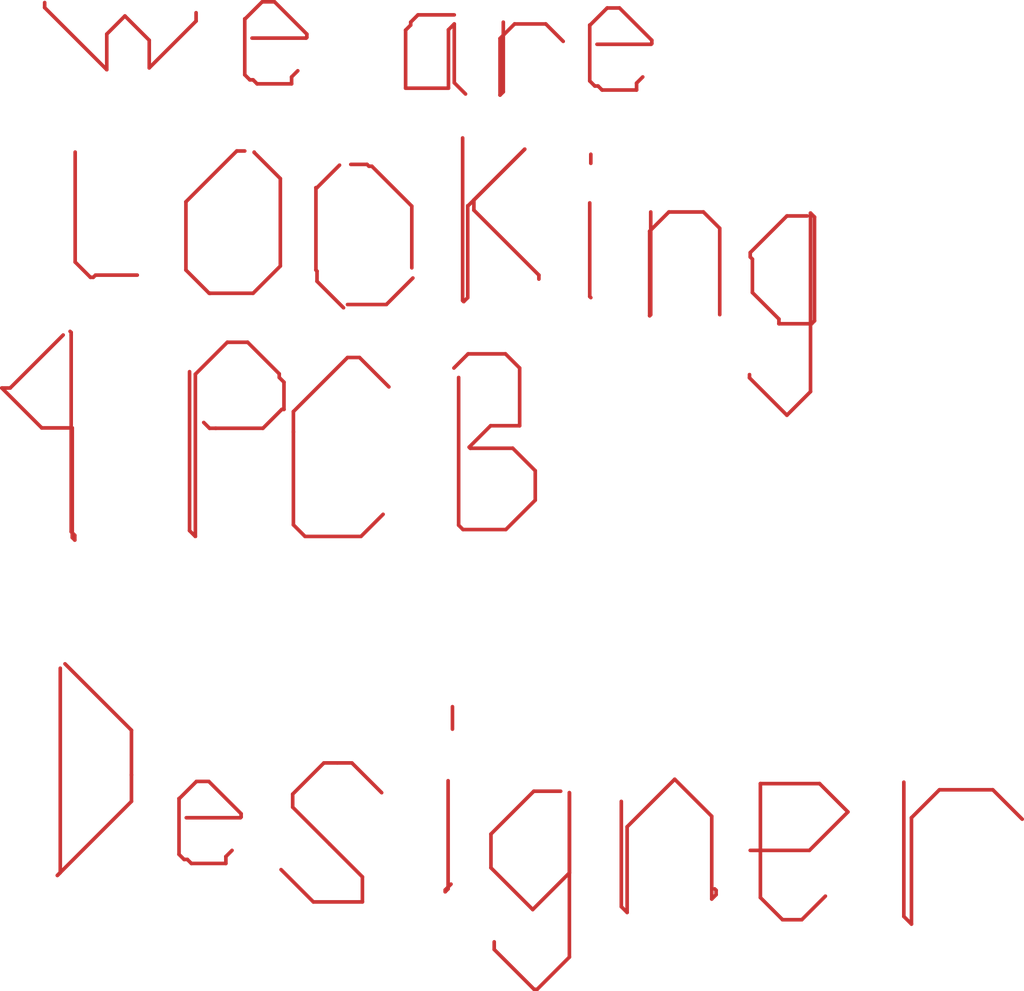
<source format=kicad_pcb>
(kicad_pcb
	(version 20240108)
	(generator "pcbnew")
	(generator_version "8.0")
	(general
		(thickness 1.6)
		(legacy_teardrops no)
	)
	(paper "A4")
	(layers
		(0 "F.Cu" signal)
		(31 "B.Cu" signal)
		(32 "B.Adhes" user "B.Adhesive")
		(33 "F.Adhes" user "F.Adhesive")
		(34 "B.Paste" user)
		(35 "F.Paste" user)
		(36 "B.SilkS" user "B.Silkscreen")
		(37 "F.SilkS" user "F.Silkscreen")
		(38 "B.Mask" user)
		(39 "F.Mask" user)
		(40 "Dwgs.User" user "User.Drawings")
		(41 "Cmts.User" user "User.Comments")
		(42 "Eco1.User" user "User.Eco1")
		(43 "Eco2.User" user "User.Eco2")
		(44 "Edge.Cuts" user)
		(45 "Margin" user)
		(46 "B.CrtYd" user "B.Courtyard")
		(47 "F.CrtYd" user "F.Courtyard")
		(48 "B.Fab" user)
		(49 "F.Fab" user)
		(50 "User.1" user)
		(51 "User.2" user)
		(52 "User.3" user)
		(53 "User.4" user)
		(54 "User.5" user)
		(55 "User.6" user)
		(56 "User.7" user)
		(57 "User.8" user)
		(58 "User.9" user)
	)
	(setup
		(pad_to_mask_clearance 0)
		(allow_soldermask_bridges_in_footprints no)
		(pcbplotparams
			(layerselection 0x00010fc_ffffffff)
			(plot_on_all_layers_selection 0x0000000_00000000)
			(disableapertmacros no)
			(usegerberextensions no)
			(usegerberattributes yes)
			(usegerberadvancedattributes yes)
			(creategerberjobfile yes)
			(dashed_line_dash_ratio 12.000000)
			(dashed_line_gap_ratio 3.000000)
			(svgprecision 4)
			(plotframeref no)
			(viasonmask no)
			(mode 1)
			(useauxorigin no)
			(hpglpennumber 1)
			(hpglpenspeed 20)
			(hpglpendiameter 15.000000)
			(pdf_front_fp_property_popups yes)
			(pdf_back_fp_property_popups yes)
			(dxfpolygonmode yes)
			(dxfimperialunits yes)
			(dxfusepcbnewfont yes)
			(psnegative no)
			(psa4output no)
			(plotreference yes)
			(plotvalue yes)
			(plotfptext yes)
			(plotinvisibletext no)
			(sketchpadsonfab no)
			(subtractmaskfromsilk no)
			(outputformat 1)
			(mirror no)
			(drillshape 1)
			(scaleselection 1)
			(outputdirectory "")
		)
	)
	(net 0 "")
	(segment
		(start 73.5 46.3)
		(end 73.5 44)
		(width 1)
		(layer "F.Cu")
		(net 0)
		(uuid "01430c7c-eb32-4a29-8cf7-0365b20b7bdf")
	)
	(segment
		(start 77.2 158.5)
		(end 75.6 156.9)
		(width 1)
		(layer "F.Cu")
		(net 0)
		(uuid "02cdebe2-549f-44cc-9ac8-b48444deb150")
	)
	(segment
		(start 144.6 63.3)
		(end 147.7 66.4)
		(width 1)
		(layer "F.Cu")
		(net 0)
		(uuid "02da69b6-f635-43ee-b2cc-6e42ef8cb011")
	)
	(segment
		(start 192.2 268.3)
		(end 205.3 255.2)
		(width 1)
		(layer "F.Cu")
		(net 0)
		(uuid "044cf57c-6331-430a-856e-90d521377fbe")
	)
	(segment
		(start 148.3 122.5)
		(end 148.3 97.2)
		(width 1)
		(layer "F.Cu")
		(net 0)
		(uuid "0472dec6-b94f-469c-82de-481b4d0a0224")
	)
	(segment
		(start 60.6 59.2)
		(end 73.5 46.3)
		(width 1)
		(layer "F.Cu")
		(net 0)
		(uuid "07057d48-1438-4758-9288-c0eb43da37f9")
	)
	(segment
		(start 89.2 62.5)
		(end 90.3 63.6)
		(width 1)
		(layer "F.Cu")
		(net 0)
		(uuid "087f027a-5e69-498d-a739-d225862c5db4")
	)
	(segment
		(start 40.2 112.7)
		(end 44.4 116.9)
		(width 1)
		(layer "F.Cu")
		(net 0)
		(uuid "0a45e327-1700-4c02-a584-6e55e66f9a25")
	)
	(segment
		(start 143 48.7)
		(end 144.6 47.1)
		(width 1)
		(layer "F.Cu")
		(net 0)
		(uuid "0a63e228-a30e-412f-aae3-3478258a6084")
	)
	(segment
		(start 226.7 111.9)
		(end 226.7 121.1)
		(width 1)
		(layer "F.Cu")
		(net 0)
		(uuid "0cb91952-0f58-4573-8763-4fa150310ee1")
	)
	(segment
		(start 160.7 164)
		(end 149 164)
		(width 1)
		(layer "F.Cu")
		(net 0)
		(uuid "0ea08601-27bd-42cf-a62e-ddf886205f5c")
	)
	(segment
		(start 73.3 143.6)
		(end 82.1 134.8)
		(width 1)
		(layer "F.Cu")
		(net 0)
		(uuid "0f501da5-b988-4a99-a238-34fd5c517037")
	)
	(segment
		(start 55.7 254)
		(end 55.7 241.7)
		(width 1)
		(layer "F.Cu")
		(net 0)
		(uuid "0f641433-12ed-4c6a-9847-e6a1778a3f70")
	)
	(segment
		(start 149 164)
		(end 148.7 163.7)
		(width 1)
		(layer "F.Cu")
		(net 0)
		(uuid "10387ecf-c74c-4c1a-9f00-0e57cc6514d6")
	)
	(segment
		(start 158.7 138)
		(end 148.4 138)
		(width 1)
		(layer "F.Cu")
		(net 0)
		(uuid "103c420f-d524-4518-b2e3-ec7c21f06f52")
	)
	(segment
		(start 44.4 116.9)
		(end 45.2 116.9)
		(width 1)
		(layer "F.Cu")
		(net 0)
		(uuid "10beaa8f-b0f1-4b38-bceb-ce1b9c214e40")
	)
	(segment
		(start 60.6 51.6)
		(end 60.6 59.2)
		(width 1)
		(layer "F.Cu")
		(net 0)
		(uuid "124c7810-d037-4e32-893d-354945fb4af8")
	)
	(segment
		(start 70.2 277.3)
		(end 71.1 277.3)
		(width 1)
		(layer "F.Cu")
		(net 0)
		(uuid "128ce13f-3f3c-4eaa-95e9-ec9d51b73604")
	)
	(segment
		(start 97.7 153.3)
		(end 97.1 153.3)
		(width 1)
		(layer "F.Cu")
		(net 0)
		(uuid "15551323-ac7b-4b1c-95e8-d1403e945152")
	)
	(segment
		(start 182 47.4)
		(end 181.9 47.4)
		(width 1)
		(layer "F.Cu")
		(net 0)
		(uuid "160da37a-bba2-4d99-8ebe-0f8c3b4b8ae1")
	)
	(segment
		(start 169.8 47.1)
		(end 174.6 51.9)
		(width 1)
		(layer "F.Cu")
		(net 0)
		(uuid "169ad4a9-b49e-409c-802a-b6042031010c")
	)
	(segment
		(start 243 129.7)
		(end 243.8 128.9)
		(width 1)
		(layer "F.Cu")
		(net 0)
		(uuid "1d141c74-6601-498d-8885-4018a6cf0e7a")
	)
	(segment
		(start 91.7 41)
		(end 87 45.7)
		(width 1)
		(layer "F.Cu")
		(net 0)
		(uuid "1e428d00-fceb-4331-afe7-06586dd160d9")
	)
	(segment
		(start 119.3 282.1)
		(end 119.3 289)
		(width 1)
		(layer "F.Cu")
		(net 0)
		(uuid "20d8abb0-b0ab-43b7-8bc0-dcb68724d641")
	)
	(segment
		(start 166.2 291.1)
		(end 176.3 281)
		(width 1)
		(layer "F.Cu")
		(net 0)
		(uuid "256d6219-2363-4c22-ae56-c6d3fb0ea41c")
	)
	(segment
		(start 181.9 122.2)
		(end 181.9 96.4)
		(width 1)
		(layer "F.Cu")
		(net 0)
		(uuid "25c67390-d8f9-4bde-a40c-03f18d7b4056")
	)
	(segment
		(start 270.5 265.8)
		(end 278.2 258.1)
		(width 1)
		(layer "F.Cu")
		(net 0)
		(uuid "25fa03e2-61a0-4ba7-8420-9b4a75062ad1")
	)
	(segment
		(start 176.3 281)
		(end 176.3 258.9)
		(width 1)
		(layer "F.Cu")
		(net 0)
		(uuid "26e4b24f-0096-4275-b2b2-a7e269b7e793")
	)
	(segment
		(start 97.1 153.3)
		(end 91.9 158.5)
		(width 1)
		(layer "F.Cu")
		(net 0)
		(uuid "285bdc4d-6a90-414c-aba2-bc82c7161ef1")
	)
	(segment
		(start 78.9 158.5)
		(end 77.2 158.5)
		(width 1)
		(layer "F.Cu")
		(net 0)
		(uuid "28831cb8-217e-4767-81fb-74d9f51fce60")
	)
	(segment
		(start 121.1 86.3)
		(end 120.6 85.8)
		(width 1)
		(layer "F.Cu")
		(net 0)
		(uuid "29101a91-eabb-4d4a-aca2-24598e8bc244")
	)
	(segment
		(start 166.9 178.3)
		(end 166.9 170.2)
		(width 1)
		(layer "F.Cu")
		(net 0)
		(uuid "296fc179-1bd6-4d99-a077-66cc2b82db40")
	)
	(segment
		(start 242.4 274.8)
		(end 253 264.2)
		(width 1)
		(layer "F.Cu")
		(net 0)
		(uuid "2b621c7c-d192-4383-b92e-4b37506c88d1")
	)
	(segment
		(start 190.6 290.3)
		(end 192.2 291.9)
		(width 1)
		(layer "F.Cu")
		(net 0)
		(uuid "2ce2ccd3-7de4-4a8a-99f9-ce85967050dd")
	)
	(segment
		(start 68.9 260.5)
		(end 68.8 260.5)
		(width 1)
		(layer "F.Cu")
		(net 0)
		(uuid "2de4d649-9fc5-4d24-a8fd-81a58ba271d8")
	)
	(segment
		(start 132.6 47.4)
		(end 131.2 48.8)
		(width 1)
		(layer "F.Cu")
		(net 0)
		(uuid "2e299b35-694c-438e-8a51-62b7c0436628")
	)
	(segment
		(start 145.8 185.2)
		(end 147 186.4)
		(width 1)
		(layer "F.Cu")
		(net 0)
		(uuid "2eaf3407-003c-46e1-97f6-30ac4b71be43")
	)
	(segment
		(start 228.9 287.8)
		(end 235 293.9)
		(width 1)
		(layer "F.Cu")
		(net 0)
		(uuid "2f527547-95a0-4224-9976-da779e961748")
	)
	(segment
		(start 142.1 286.2)
		(end 142.1 285.7)
		(width 1)
		(layer "F.Cu")
		(net 0)
		(uuid "317178e4-3cea-408b-aefd-9e0d137b9485")
	)
	(segment
		(start 87.7 134.8)
		(end 96.4 143.5)
		(width 1)
		(layer "F.Cu")
		(net 0)
		(uuid "3222ee41-7c28-469e-a9e6-4661ef9eec9a")
	)
	(segment
		(start 39.4 158.4)
		(end 39.4 188.6)
		(width 1)
		(layer "F.Cu")
		(net 0)
		(uuid "32ab5f5a-d8ae-44e0-869e-c067a8320551")
	)
	(segment
		(start 173.9 258.5)
		(end 166.5 258.5)
		(width 1)
		(layer "F.Cu")
		(net 0)
		(uuid "3456ad4d-f5b7-4177-aec2-5d1c5c2b128c")
	)
	(segment
		(start 71.1 277.3)
		(end 72.2 278.4)
		(width 1)
		(layer "F.Cu")
		(net 0)
		(uuid "36fb79a0-ab15-4275-8995-6973baba1e5c")
	)
	(segment
		(start 183.9 52.7)
		(end 198.8 52.7)
		(width 1)
		(layer "F.Cu")
		(net 0)
		(uuid "370e9dd6-541a-4f8d-ad6a-10f3bb8b184c")
	)
	(segment
		(start 40.1 189.3)
		(end 40.1 188)
		(width 1)
		(layer "F.Cu")
		(net 0)
		(uuid "39144e5d-d2d7-4aed-b0b6-003838b308f8")
	)
	(segment
		(start 144.1 241.4)
		(end 144.1 235.2)
		(width 1)
		(layer "F.Cu")
		(net 0)
		(uuid "3952388a-9b89-42d4-b90c-46f965042040")
	)
	(segment
		(start 131.2 48.8)
		(end 131.2 64.8)
		(width 1)
		(layer "F.Cu")
		(net 0)
		(uuid "3a9e941e-9a06-4d06-9b89-626f868d5f42")
	)
	(segment
		(start 119.3 289)
		(end 105.8 289)
		(width 1)
		(layer "F.Cu")
		(net 0)
		(uuid "3ad6c6ee-b8ee-4d74-8236-77ca4a000796")
	)
	(segment
		(start 142.1 285.7)
		(end 143.7 284.1)
		(width 1)
		(layer "F.Cu")
		(net 0)
		(uuid "3ba77536-d1ce-49d5-b579-e9e314ccd3fb")
	)
	(segment
		(start 36.1 224.6)
		(end 36.1 280.9)
		(width 1)
		(layer "F.Cu")
		(net 0)
		(uuid "3c203b3d-d09a-421b-a12a-10a2f50084a9")
	)
	(segment
		(start 73.3 188.3)
		(end 73.3 143.6)
		(width 1)
		(layer "F.Cu")
		(net 0)
		(uuid "3c328191-3b66-49d2-9ba2-15c2f875422d")
	)
	(segment
		(start 48.9 49.9)
		(end 53.9 44.9)
		(width 1)
		(layer "F.Cu")
		(net 0)
		(uuid "3c83a160-1b20-46af-96e5-ac95ae032dc8")
	)
	(segment
		(start 68.8 275.9)
		(end 70.2 277.3)
		(width 1)
		(layer "F.Cu")
		(net 0)
		(uuid "3d78db2c-dc64-4ad0-b036-63b8a7352f9d")
	)
	(segment
		(start 115.2 124.4)
		(end 125.9 124.4)
		(width 1)
		(layer "F.Cu")
		(net 0)
		(uuid "3e919abb-b7bb-4bec-bac2-7cbbe5ba525e")
	)
	(segment
		(start 181.9 47.4)
		(end 181.9 62.8)
		(width 1)
		(layer "F.Cu")
		(net 0)
		(uuid "3f6840c6-1904-4326-adaa-98e0f4b8a49e")
	)
	(segment
		(start 96.4 144.5)
		(end 97.7 145.8)
		(width 1)
		(layer "F.Cu")
		(net 0)
		(uuid "40835ba9-94cf-4237-8fea-05e15341d26f")
	)
	(segment
		(start 190.6 261.3)
		(end 190.6 290.3)
		(width 1)
		(layer "F.Cu")
		(net 0)
		(uuid "4131aa59-609c-4efd-b6bd-b3e01c13348b")
	)
	(segment
		(start 115.2 139)
		(end 100.3 153.9)
		(width 1)
		(layer "F.Cu")
		(net 0)
		(uuid "418ee7f2-cd57-4024-a863-046ca6fae82a")
	)
	(segment
		(start 31 158.4)
		(end 39.4 158.4)
		(width 1)
		(layer "F.Cu")
		(net 0)
		(uuid "4195c985-e3e4-42a4-a875-7d596fd7a724")
	)
	(segment
		(start 142.9 255.6)
		(end 142.9 285.4)
		(width 1)
		(layer "F.Cu")
		(net 0)
		(uuid "41a7e5de-5966-481e-9732-4a2de2c42beb")
	)
	(segment
		(start 203.7 98.9)
		(end 213.2 98.9)
		(width 1)
		(layer "F.Cu")
		(net 0)
		(uuid "4205fdf9-27b6-4f8f-b353-40419bbcbd9e")
	)
	(segment
		(start 40.2 82.4)
		(end 40.2 112.7)
		(width 1)
		(layer "F.Cu")
		(net 0)
		(uuid "425a931f-84e5-4c0c-886b-b8a7700d7df1")
	)
	(segment
		(start 194.8 65.3)
		(end 194.8 63.4)
		(width 1)
		(layer "F.Cu")
		(net 0)
		(uuid "42957639-92c4-4885-ad9e-7d3d7e171c1b")
	)
	(segment
		(start 90.3 63.6)
		(end 99.8 63.6)
		(width 1)
		(layer "F.Cu")
		(net 0)
		(uuid "43da8e79-9d91-4739-8bb8-e74a40dae72d")
	)
	(segment
		(start 166.5 258.5)
		(end 154.7 270.3)
		(width 1)
		(layer "F.Cu")
		(net 0)
		(uuid "447493df-75bc-4863-92f1-3b2bdef433e4")
	)
	(segment
		(start 190.1 42.7)
		(end 186.7 42.7)
		(width 1)
		(layer "F.Cu")
		(net 0)
		(uuid "44869e6c-9eae-41cb-9e0e-d2e3d3b1a5fb")
	)
	(segment
		(start 132.9 114.3)
		(end 132.9 97.3)
		(width 1)
		(layer "F.Cu")
		(net 0)
		(uuid "448aa51c-d100-462c-8b4e-1a57920db481")
	)
	(segment
		(start 77.4 121.3)
		(end 89.2 121.3)
		(width 1)
		(layer "F.Cu")
		(net 0)
		(uuid "45df0608-14b0-465b-9348-96f64eb32fcc")
	)
	(segment
		(start 182.2 83)
		(end 182.2 85.5)
		(width 1)
		(layer "F.Cu")
		(net 0)
		(uuid "45fcac05-3227-4c2a-bc6b-6f9085a32252")
	)
	(segment
		(start 77.1 121.3)
		(end 77.4 121.3)
		(width 1)
		(layer "F.Cu")
		(net 0)
		(uuid "4875c378-b021-4359-a71f-85cea81ba22d")
	)
	(segment
		(start 144.6 44.6)
		(end 134.6 44.6)
		(width 1)
		(layer "F.Cu")
		(net 0)
		(uuid "487c2eef-265d-42e6-a2a9-773b738bc5d3")
	)
	(segment
		(start 84.7 82.1)
		(end 70.7 96.1)
		(width 1)
		(layer "F.Cu")
		(net 0)
		(uuid "488fdc60-b0a5-4a95-bd8b-eeb2da08d29c")
	)
	(segment
		(start 147 186.4)
		(end 158.8 186.4)
		(width 1)
		(layer "F.Cu")
		(net 0)
		(uuid "4ca27e3f-5d0d-459e-8b72-1e72b31c9c83")
	)
	(segment
		(start 110.3 273.1)
		(end 119.3 282.1)
		(width 1)
		(layer "F.Cu")
		(net 0)
		(uuid "4cb45d98-a416-4f30-9430-9946467bc68f")
	)
	(segment
		(start 144.6 47.1)
		(end 144.6 63.3)
		(width 1)
		(layer "F.Cu")
		(net 0)
		(uuid "4f11d335-af4a-4625-be24-575f7c9e3e84")
	)
	(segment
		(start 199 51.6)
		(end 190.1 42.7)
		(width 1)
		(layer "F.Cu")
		(net 0)
		(uuid "4fff2669-12fe-4c6d-b59b-749a991b50ac")
	)
	(segment
		(start 85.9 264.7)
		(end 77 255.8)
		(width 1)
		(layer "F.Cu")
		(net 0)
		(uuid "5070b497-7d58-4726-ad82-0574861ef51c")
	)
	(segment
		(start 55.7 241.7)
		(end 37.4 223.4)
		(width 1)
		(layer "F.Cu")
		(net 0)
		(uuid "51c20313-fe87-4f89-ae66-c523ea65d29f")
	)
	(segment
		(start 292.9 258.1)
		(end 301 266.2)
		(width 1)
		(layer "F.Cu")
		(net 0)
		(uuid "526b5f18-c484-4dcf-8d83-40fede6deb88")
	)
	(segment
		(start 226.1 274.8)
		(end 242.4 274.8)
		(width 1)
		(layer "F.Cu")
		(net 0)
		(uuid "52789cf2-a720-47bc-8ab4-e3acb786cc65")
	)
	(segment
		(start 45.8 116.3)
		(end 57.3 116.3)
		(width 1)
		(layer "F.Cu")
		(net 0)
		(uuid "549f729d-b622-4a6c-adec-39c90f0d77e1")
	)
	(segment
		(start 39.1 187)
		(end 39.1 132.8)
		(width 1)
		(layer "F.Cu")
		(net 0)
		(uuid "54c05b95-2f9b-4f67-a604-6149e826167d")
	)
	(segment
		(start 186.7 42.7)
		(end 182 47.4)
		(width 1)
		(layer "F.Cu")
		(net 0)
		(uuid "5670af92-e9ea-4d0c-8d7b-2c4799560dd2")
	)
	(segment
		(start 236.2 154.9)
		(end 225.9 144.6)
		(width 1)
		(layer "F.Cu")
		(net 0)
		(uuid "57e13758-59bd-4055-a6d6-b02799fdb8c5")
	)
	(segment
		(start 103.5 188.3)
		(end 118.9 188.3)
		(width 1)
		(layer "F.Cu")
		(net 0)
		(uuid "5a59b223-3e1a-4f44-800a-1cc6853bb67f")
	)
	(segment
		(start 45.2 116.9)
		(end 45.8 116.3)
		(width 1)
		(layer "F.Cu")
		(net 0)
		(uuid "5acdf700-e028-4672-b9eb-f774732a9f8a")
	)
	(segment
		(start 68.8 260.5)
		(end 68.8 275.9)
		(width 1)
		(layer "F.Cu")
		(net 0)
		(uuid "5ae8eced-c63f-4f19-8643-e11addca3c85")
	)
	(segment
		(start 40.1 188)
		(end 39.1 187)
		(width 1)
		(layer "F.Cu")
		(net 0)
		(uuid "5d0d5bef-2abd-400d-8514-7cf3786c166c")
	)
	(segment
		(start 183.3 64.2)
		(end 184.2 64.2)
		(width 1)
		(layer "F.Cu")
		(net 0)
		(uuid "5e265687-043f-46a1-9627-8b3bc877d12b")
	)
	(segment
		(start 176.3 258.9)
		(end 176.3 304.2)
		(width 1)
		(layer "F.Cu")
		(net 0)
		(uuid "5e53a5b5-b580-47f2-a94f-31b2a03b1457")
	)
	(segment
		(start 39.1 132.8)
		(end 39.1 132.1)
		(width 1)
		(layer "F.Cu")
		(net 0)
		(uuid "5f81de4a-f90d-49ff-8594-0a50ae4e5bfe")
	)
	(segment
		(start 22.3 147.4)
		(end 20 147.4)
		(width 1)
		(layer "F.Cu")
		(net 0)
		(uuid "5fb33da9-b8e9-468c-827d-fea1b855e7c7")
	)
	(segment
		(start 154.6 157.8)
		(end 162.6 157.8)
		(width 1)
		(layer "F.Cu")
		(net 0)
		(uuid "63975f9f-a57a-4b8a-a2d1-8183ba57f15b")
	)
	(segment
		(start 226.1 111.3)
		(end 226.7 111.9)
		(width 1)
		(layer "F.Cu")
		(net 0)
		(uuid "66932b6c-1d19-4865-94b0-a0304eadd14d")
	)
	(segment
		(start 192.2 291.9)
		(end 192.2 268.3)
		(width 1)
		(layer "F.Cu")
		(net 0)
		(uuid "66a978cd-5c20-4faa-9d53-5e58dde58a20")
	)
	(segment
		(start 243.8 128.9)
		(end 243.8 100.3)
		(width 1)
		(layer "F.Cu")
		(net 0)
		(uuid "67ebb7a8-9cc9-455b-8280-d3e5a816ac95")
	)
	(segment
		(start 228.9 256.4)
		(end 228.9 287.8)
		(width 1)
		(layer "F.Cu")
		(net 0)
		(uuid "6ae47fb7-34b1-49ca-abb9-6a6f10ed6f1c")
	)
	(segment
		(start 36.9 132.8)
		(end 22.3 147.4)
		(width 1)
		(layer "F.Cu")
		(net 0)
		(uuid "6afaf638-c105-43ac-93b1-087f156f4df9")
	)
	(segment
		(start 71.7 186.7)
		(end 73.3 188.3)
		(width 1)
		(layer "F.Cu")
		(net 0)
		(uuid "6b2dfe90-d210-4cff-a6b2-02116da7c24c")
	)
	(segment
		(start 155.6 302.1)
		(end 155.6 300)
		(width 1)
		(layer "F.Cu")
		(net 0)
		(uuid "6cb00c0c-5abd-4415-a005-de36d88688f2")
	)
	(segment
		(start 106.8 92.2)
		(end 106.5 92.2)
		(width 1)
		(layer "F.Cu")
		(net 0)
		(uuid "6d336f85-f156-40ce-9bf4-ea38663e1c51")
	)
	(segment
		(start 245.2 256.4)
		(end 228.9 256.4)
		(width 1)
		(layer "F.Cu")
		(net 0)
		(uuid "6dc8c08b-116c-4147-9f50-ed1a04228e7b")
	)
	(segment
		(start 72.2 278.4)
		(end 81.7 278.4)
		(width 1)
		(layer "F.Cu")
		(net 0)
		(uuid "6dfe0d66-feba-48cd-b4d9-6782ae1f6432")
	)
	(segment
		(start 181.9 62.8)
		(end 183.3 64.2)
		(width 1)
		(layer "F.Cu")
		(net 0)
		(uuid "6e669782-3953-4695-805f-7bc778a74c2d")
	)
	(segment
		(start 91.9 158.5)
		(end 78.9 158.5)
		(width 1)
		(layer "F.Cu")
		(net 0)
		(uuid "6e692bb5-e027-4336-bfa0-fb76c2bae0f9")
	)
	(segment
		(start 70.8 265.8)
		(end 85.7 265.8)
		(width 1)
		(layer "F.Cu")
		(net 0)
		(uuid "6f95a290-4a58-4e2e-a6c9-a0dfce29e4b4")
	)
	(segment
		(start 39.4 188.6)
		(end 40.1 189.3)
		(width 1)
		(layer "F.Cu")
		(net 0)
		(uuid "70b0a2ed-53f0-4c93-b1a8-2cc708f43848")
	)
	(segment
		(start 86.9 82.1)
		(end 84.7 82.1)
		(width 1)
		(layer "F.Cu")
		(net 0)
		(uuid "7150dbf8-81e2-4c61-9a24-429e9f2f021e")
	)
	(segment
		(start 104 50.8)
		(end 104 49.9)
		(width 1)
		(layer "F.Cu")
		(net 0)
		(uuid "722830f6-6b40-47d3-a0ee-de016595772b")
	)
	(segment
		(start 154.7 270.3)
		(end 154.7 279.6)
		(width 1)
		(layer "F.Cu")
		(net 0)
		(uuid "72f310a3-7527-4694-a914-9edab5f4cbb8")
	)
	(segment
		(start 158.1 46.6)
		(end 158.1 65.8)
		(width 1)
		(layer "F.Cu")
		(net 0)
		(uuid "732b276f-6ea9-4d36-854b-ed82bfd3e19c")
	)
	(segment
		(start 217.7 103.4)
		(end 217.7 127.2)
		(width 1)
		(layer "F.Cu")
		(net 0)
		(uuid "74f9e1b4-e15d-4429-9e38-15b84442f538")
	)
	(segment
		(start 31.8 41.2)
		(end 31.8 42.6)
		(width 1)
		(layer "F.Cu")
		(net 0)
		(uuid "7503955d-1dc1-46cd-bed7-cf90796c46d5")
	)
	(segment
		(start 242.7 148.4)
		(end 236.2 154.9)
		(width 1)
		(layer "F.Cu")
		(net 0)
		(uuid "77085241-aa57-49b7-a1b7-2e96d6602554")
	)
	(segment
		(start 162.6 157.8)
		(end 162.6 141.9)
		(width 1)
		(layer "F.Cu")
		(net 0)
		(uuid "7744bae7-b037-473f-b6fa-1faa643ad84b")
	)
	(segment
		(start 100.1 262.9)
		(end 110.3 273.1)
		(width 1)
		(layer "F.Cu")
		(net 0)
		(uuid "79327df0-bf0c-4588-9d9c-d03d32fc5da0")
	)
	(segment
		(start 240.3 293.9)
		(end 246.8 287.4)
		(width 1)
		(layer "F.Cu")
		(net 0)
		(uuid "79811b83-2143-4cbf-b031-3652317b749c")
	)
	(segment
		(start 121.9 86.3)
		(end 121.1 86.3)
		(width 1)
		(layer "F.Cu")
		(net 0)
		(uuid "7a4bce62-28d2-45ff-857c-bfce0c21ace5")
	)
	(segment
		(start 268.4 293)
		(end 270.5 295.1)
		(width 1)
		(layer "F.Cu")
		(net 0)
		(uuid "7ab8f8e8-d402-4faa-8e30-8fe19626c850")
	)
	(segment
		(start 95.1 41)
		(end 91.7 41)
		(width 1)
		(layer "F.Cu")
		(net 0)
		(uuid "7b2a5ab9-604a-4adc-8770-a42cbf09377c")
	)
	(segment
		(start 118.5 139)
		(end 115.2 139)
		(width 1)
		(layer "F.Cu")
		(net 0)
		(uuid "7b7e9ce9-2aa3-4e2d-b7ef-8a786235b83a")
	)
	(segment
		(start 150 98.4)
		(end 167.9 116.3)
		(width 1)
		(layer "F.Cu")
		(net 0)
		(uuid "7c1771d9-4708-47a8-b1c7-5a6080ab4933")
	)
	(segment
		(start 148.4 97.2)
		(end 164 81.6)
		(width 1)
		(layer "F.Cu")
		(net 0)
		(uuid "7ccf8a53-ec1b-482d-9d38-7389e78c5fbf")
	)
	(segment
		(start 132.9 97.3)
		(end 121.9 86.3)
		(width 1)
		(layer "F.Cu")
		(net 0)
		(uuid "7d1cc328-87ce-44e8-a4bd-74dde36dd368")
	)
	(segment
		(start 241.8 100)
		(end 236.2 100)
		(width 1)
		(layer "F.Cu")
		(net 0)
		(uuid "7d680ffb-6bfc-4267-8d30-6b0ba765eb83")
	)
	(segment
		(start 166.6 313.1)
		(end 155.6 302.1)
		(width 1)
		(layer "F.Cu")
		(net 0)
		(uuid "7ec3e812-acbc-49f7-b601-36a63334e070")
	)
	(segment
		(start 146.9 78.5)
		(end 146.9 123.3)
		(width 1)
		(layer "F.Cu")
		(net 0)
		(uuid "7fc4183e-1683-4b62-a45e-226a12c4aef9")
	)
	(segment
		(start 216.7 287)
		(end 216.7 285.8)
		(width 1)
		(layer "F.Cu")
		(net 0)
		(uuid "82b203da-8f93-4ac5-b1a4-5f07086ad39f")
	)
	(segment
		(start 205.3 255.2)
		(end 215.5 265.4)
		(width 1)
		(layer "F.Cu")
		(net 0)
		(uuid "82e96bd5-01ed-4cd9-b3db-037162d5ab78")
	)
	(segment
		(start 100.3 153.9)
		(end 100.3 159.5)
		(width 1)
		(layer "F.Cu")
		(net 0)
		(uuid "86b295d7-c0da-4de3-8002-4a4ff9bbac1f")
	)
	(segment
		(start 132.6 46.6)
		(end 132.6 47.4)
		(width 1)
		(layer "F.Cu")
		(net 0)
		(uuid "86b525d8-9e22-4546-b428-6cedc8d4afd6")
	)
	(segment
		(start 157.2 66.7)
		(end 157.2 51.1)
		(width 1)
		(layer "F.Cu")
		(net 0)
		(uuid "87001037-834a-44b7-89cf-8fb5c7a8af9e")
	)
	(segment
		(start 96.4 143.5)
		(end 96.4 144.5)
		(width 1)
		(layer "F.Cu")
		(net 0)
		(uuid "8a767f03-9561-4855-b824-cbf76ae58ab3")
	)
	(segment
		(start 253 264.2)
		(end 245.2 256.4)
		(width 1)
		(layer "F.Cu")
		(net 0)
		(uuid "8d06de70-1009-4681-ac6c-e715e107c78e")
	)
	(segment
		(start 162.6 141.9)
		(end 158.7 138)
		(width 1)
		(layer "F.Cu")
		(net 0)
		(uuid "8d9cd244-4b9a-4598-8c36-ff9c0584af37")
	)
	(segment
		(start 39.1 132.1)
		(end 38.8 131.8)
		(width 1)
		(layer "F.Cu")
		(net 0)
		(uuid "8e18f76e-a26c-4a1a-b3ff-e2dd6b122a72")
	)
	(segment
		(start 118.9 188.3)
		(end 125 182.2)
		(width 1)
		(layer "F.Cu")
		(net 0)
		(uuid "8eb347b4-ffc1-41ed-99a3-b3f24809807f")
	)
	(segment
		(start 142.9 285.4)
		(end 142.1 286.2)
		(width 1)
		(layer "F.Cu")
		(net 0)
		(uuid "8ec7ecf5-777b-49f4-b564-a10479369cab")
	)
	(segment
		(start 73.6 255.8)
		(end 68.9 260.5)
		(width 1)
		(layer "F.Cu")
		(net 0)
		(uuid "8f08069a-077d-4ab9-96f1-0cd7f12cfade")
	)
	(segment
		(start 131.2 64.8)
		(end 143 64.8)
		(width 1)
		(layer "F.Cu")
		(net 0)
		(uuid "8f0fc1a8-cf60-4505-9ce7-a25f17eeaf60")
	)
	(segment
		(start 96.7 113.8)
		(end 96.7 89.7)
		(width 1)
		(layer "F.Cu")
		(net 0)
		(uuid "8f87c42c-914a-4123-baa4-84acf65c2a97")
	)
	(segment
		(start 145.8 144.5)
		(end 145.8 185.2)
		(width 1)
		(layer "F.Cu")
		(net 0)
		(uuid "90cbc7c9-3ac9-4dac-b4a6-7cfa2d123d7e")
	)
	(segment
		(start 184.2 64.2)
		(end 185.3 65.3)
		(width 1)
		(layer "F.Cu")
		(net 0)
		(uuid "93c1d6d8-3bfd-4f5e-9d17-ba07545c72ca")
	)
	(segment
		(start 31.8 42.6)
		(end 48.9 59.7)
		(width 1)
		(layer "F.Cu")
		(net 0)
		(uuid "942bb8e6-4686-4c7b-8670-a831af0c8768")
	)
	(segment
		(start 89.2 121.3)
		(end 96.7 113.8)
		(width 1)
		(layer "F.Cu")
		(net 0)
		(uuid "94b9ab60-26fe-487c-ba46-caac82635446")
	)
	(segment
		(start 185.3 65.3)
		(end 194.8 65.3)
		(width 1)
		(layer "F.Cu")
		(net 0)
		(uuid "95846bfc-4670-4c1e-a0d1-92f98f198906")
	)
	(segment
		(start 213.2 98.9)
		(end 217.7 103.4)
		(width 1)
		(layer "F.Cu")
		(net 0)
		(uuid "9748d929-9beb-4b92-ae5c-327167b48ea5")
	)
	(segment
		(start 164 81.6)
		(end 150 95.6)
		(width 1)
		(layer "F.Cu")
		(net 0)
		(uuid "97733e40-9a5e-49e9-9cf2-1c60556c0714")
	)
	(segment
		(start 87 45.7)
		(end 86.9 45.7)
		(width 1)
		(layer "F.Cu")
		(net 0)
		(uuid "98c920ed-c822-47ae-add6-37e21f15ee48")
	)
	(segment
		(start 146.9 123.3)
		(end 147.2 123.6)
		(width 1)
		(layer "F.Cu")
		(net 0)
		(uuid "9a21fb2b-04ca-437e-8739-7fb84ccfba0a")
	)
	(segment
		(start 198.4 127.5)
		(end 198.4 104.2)
		(width 1)
		(layer "F.Cu")
		(net 0)
		(uuid "9a3452fa-c1c5-4d71-817a-e0d68cd5ce75")
	)
	(segment
		(start 100.3 185.1)
		(end 103.5 188.3)
		(width 1)
		(layer "F.Cu")
		(net 0)
		(uuid "9a8792c7-0f68-4de7-be21-37cef1d9ea46")
	)
	(segment
		(start 105.8 289)
		(end 96.9 280.1)
		(width 1)
		(layer "F.Cu")
		(net 0)
		(uuid "9dcad851-2a8f-4a1d-bd52-ad6c7a3936b4")
	)
	(segment
		(start 134.6 44.6)
		(end 132.6 46.6)
		(width 1)
		(layer "F.Cu")
		(net 0)
		(uuid "9df82fab-7d65-451c-93d2-bbd6539514a4")
	)
	(segment
		(start 226.7 121.1)
		(end 234 128.4)
		(width 1)
		(layer "F.Cu")
		(net 0)
		(uuid "9e14ffa8-d34d-4f16-abe3-7984e500dd8e")
	)
	(segment
		(start 55.7 261.3)
		(end 55.7 254)
		(width 1)
		(layer "F.Cu")
		(net 0)
		(uuid "9f622af8-8831-416f-a090-2f7dc17ec76c")
	)
	(segment
		(start 106.8 118)
		(end 114.1 125.3)
		(width 1)
		(layer "F.Cu")
		(net 0)
		(uuid "a09e036c-a342-4100-8d00-c99e4489ee17")
	)
	(segment
		(start 108.7 250.7)
		(end 100.1 259.3)
		(width 1)
		(layer "F.Cu")
		(net 0)
		(uuid "a1b9d3c1-b57b-4188-b447-635d138fea0f")
	)
	(segment
		(start 216.7 285.8)
		(end 216.3 285.4)
		(width 1)
		(layer "F.Cu")
		(net 0)
		(uuid "a58eb519-2e0f-4548-bec6-e9f87be71259")
	)
	(segment
		(start 85.9 265.6)
		(end 85.9 264.7)
		(width 1)
		(layer "F.Cu")
		(net 0)
		(uuid "a5b541f4-bcdf-42f7-a182-3ca51058a506")
	)
	(segment
		(start 81.7 276.5)
		(end 83.4 274.8)
		(width 1)
		(layer "F.Cu")
		(net 0)
		(uuid "a81d9591-cfa3-46aa-ad58-0be4b2b28b95")
	)
	(segment
		(start 148.7 163.7)
		(end 154.6 157.8)
		(width 1)
		(layer "F.Cu")
		(net 0)
		(uuid "a848699a-4b43-4848-a9f6-4c472e6f429e")
	)
	(segment
		(start 225.9 144.6)
		(end 225.9 143.7)
		(width 1)
		(layer "F.Cu")
		(net 0)
		(uuid "a9ada31c-8e92-4187-baab-68149f06ab1f")
	)
	(segment
		(start 215.5 288.2)
		(end 216.7 287)
		(width 1)
		(layer "F.Cu")
		(net 0)
		(uuid "aa388194-d598-4c49-a3aa-022148ec7587")
	)
	(segment
		(start 89.5 82.5)
		(end 89.5 82.4)
		(width 1)
		(layer "F.Cu")
		(net 0)
		(uuid "aaa430a4-fa4c-46a9-97f8-5b1abdedaaf9")
	)
	(segment
		(start 194.8 63.4)
		(end 196.5 61.7)
		(width 1)
		(layer "F.Cu")
		(net 0)
		(uuid "ab4f0580-7c7e-411c-9516-4bdcb227d71f")
	)
	(segment
		(start 106.5 92.2)
		(end 106.5 114.9)
		(width 1)
		(layer "F.Cu")
		(net 0)
		(uuid "ad8a8d62-59ad-4abe-ba8e-b50c31afe6a3")
	)
	(segment
		(start 243.8 100.3)
		(end 242.7 99.2)
		(width 1)
		(layer "F.Cu")
		(net 0)
		(uuid "ae6b2ad8-8197-4885-8615-acd7823c8c1a")
	)
	(segment
		(start 70.7 96.1)
		(end 70.7 114.9)
		(width 1)
		(layer "F.Cu")
		(net 0)
		(uuid "af530995-11e4-4493-8ec6-cf8bd3cec61d")
	)
	(segment
		(start 86.9 45.7)
		(end 86.9 61.1)
		(width 1)
		(layer "F.Cu")
		(net 0)
		(uuid "b170b141-5333-420b-b386-d7f473a514fe")
	)
	(segment
		(start 88.3 62.5)
		(end 89.2 62.5)
		(width 1)
		(layer "F.Cu")
		(net 0)
		(uuid "b1bdfc40-57f5-4b1a-add9-94bbb06949c9")
	)
	(segment
		(start 167.4 313.1)
		(end 166.6 313.1)
		(width 1)
		(layer "F.Cu")
		(net 0)
		(uuid "b458968b-a86e-4ea6-ab2b-61c0bebb5446")
	)
	(segment
		(start 242.7 99.2)
		(end 242.7 148.4)
		(width 1)
		(layer "F.Cu")
		(net 0)
		(uuid "b4c7fd95-d2ca-400c-97dd-087917ebf764")
	)
	(segment
		(start 70.7 114.9)
		(end 77.1 121.3)
		(width 1)
		(layer "F.Cu")
		(net 0)
		(uuid "b4cc8eef-b371-4e58-9e55-5cc9e3d2e1c8")
	)
	(segment
		(start 236.2 100)
		(end 226.1 110.1)
		(width 1)
		(layer "F.Cu")
		(net 0)
		(uuid "b6a00e50-47ac-423a-8efd-dee64dfc754f")
	)
	(segment
		(start 158.8 186.4)
		(end 166.9 178.3)
		(width 1)
		(layer "F.Cu")
		(net 0)
		(uuid "b6cb83da-c6ea-43fc-ac34-a4e04e198751")
	)
	(segment
		(start 85.7 265.8)
		(end 85.9 265.6)
		(width 1)
		(layer "F.Cu")
		(net 0)
		(uuid "b6f1c4b1-9a0f-442f-a2ba-2550525d594f")
	)
	(segment
		(start 161.2 47.1)
		(end 169.8 47.1)
		(width 1)
		(layer "F.Cu")
		(net 0)
		(uuid "b76d86a0-eea5-4f0a-b456-e60b8f91169c")
	)
	(segment
		(start 106.8 115.2)
		(end 106.8 118)
		(width 1)
		(layer "F.Cu")
		(net 0)
		(uuid "b9b82615-2e7a-44f3-b4fe-b31e2ac342ca")
	)
	(segment
		(start 278.2 258.1)
		(end 292.9 258.1)
		(width 1)
		(layer "F.Cu")
		(net 0)
		(uuid "ba2a6c75-9b89-43e8-b302-ab531ec5cb2c")
	)
	(segment
		(start 234 128.4)
		(end 234 129.7)
		(width 1)
		(layer "F.Cu")
		(net 0)
		(uuid "bee36e3d-ac7e-413c-8d93-97fa12a3946f")
	)
	(segment
		(start 199 52.5)
		(end 199 51.6)
		(width 1)
		(layer "F.Cu")
		(net 0)
		(uuid "bf110d56-85a6-4b9c-8e4b-6f7eb66da4b2")
	)
	(segment
		(start 104 49.9)
		(end 95.1 41)
		(width 1)
		(layer "F.Cu")
		(net 0)
		(uuid "bf2152e8-05e9-4050-a0c4-8d7f49fd9058")
	)
	(segment
		(start 124.6 258.9)
		(end 116.4 250.7)
		(width 1)
		(layer "F.Cu")
		(net 0)
		(uuid "c043693f-5902-4ecd-8521-45e07ffe65a7")
	)
	(segment
		(start 96.7 89.7)
		(end 89.5 82.5)
		(width 1)
		(layer "F.Cu")
		(net 0)
		(uuid "c0539ae1-a463-4181-925c-367c36b0a0d1")
	)
	(segment
		(start 157.2 51.1)
		(end 161.2 47.1)
		(width 1)
		(layer "F.Cu")
		(net 0)
		(uuid "c09c2aab-77e1-4777-b289-8d1045eab607")
	)
	(segment
		(start 148.3 97.2)
		(end 148.4 97.2)
		(width 1)
		(layer "F.Cu")
		(net 0)
		(uuid "c1880762-9d12-45af-b6f8-41cb255fa14b")
	)
	(segment
		(start 154.7 279.6)
		(end 166.2 291.1)
		(width 1)
		(layer "F.Cu")
		(net 0)
		(uuid "c52530ed-54ec-4c64-9273-fc7b8fe71e67")
	)
	(segment
		(start 215.5 265.4)
		(end 215.5 288.2)
		(width 1)
		(layer "F.Cu")
		(net 0)
		(uuid "cb51de21-de66-4d6a-99b5-84b2ed31f7e7")
	)
	(segment
		(start 100.1 259.3)
		(end 100.1 262.9)
		(width 1)
		(layer "F.Cu")
		(net 0)
		(uuid "cd8944cb-53b4-4a11-99fa-6c87f51fb4c5")
	)
	(segment
		(start 36.1 280.9)
		(end 35.3 281.7)
		(width 1)
		(layer "F.Cu")
		(net 0)
		(uuid "cfbabc30-51e8-45d8-85a7-c894e3886773")
	)
	(segment
		(start 97.7 145.8)
		(end 97.7 153.3)
		(width 1)
		(layer "F.Cu")
		(net 0)
		(uuid "cff0d195-1b89-4365-998b-84036235a44d")
	)
	(segment
		(start 106.5 114.9)
		(end 106.8 115.2)
		(width 1)
		(layer "F.Cu")
		(net 0)
		(uuid "d083e55d-4307-442c-b726-854ceec9afb4")
	)
	(segment
		(start 112.4 250.7)
		(end 108.7 250.7)
		(width 1)
		(layer "F.Cu")
		(net 0)
		(uuid "d1a0675a-c19a-46cd-b988-6b9d4fccf0fd")
	)
	(segment
		(start 125.9 124.4)
		(end 133.2 117.1)
		(width 1)
		(layer "F.Cu")
		(net 0)
		(uuid "d2be641f-14c8-4a69-8913-90724a191da6")
	)
	(segment
		(start 234 129.7)
		(end 243 129.7)
		(width 1)
		(layer "F.Cu")
		(net 0)
		(uuid "d713b044-f86f-4d79-be2d-98347340f44b")
	)
	(segment
		(start 48.9 59.7)
		(end 48.9 49.9)
		(width 1)
		(layer "F.Cu")
		(net 0)
		(uuid "d8df2818-f7a2-4925-aea6-06e7268f4477")
	)
	(segment
		(start 182.2 122.5)
		(end 181.9 122.2)
		(width 1)
		(layer "F.Cu")
		(net 0)
		(uuid "dadb0d94-5f64-450e-b7bc-c832a698c591")
	)
	(segment
		(start 158.1 65.8)
		(end 157.2 66.7)
		(width 1)
		(layer "F.Cu")
		(net 0)
		(uuid "dafe12af-88bf-4c29-9a48-0cba9d39d9f3")
	)
	(segment
		(start 81.7 278.4)
		(end 81.7 276.5)
		(width 1)
		(layer "F.Cu")
		(net 0)
		(uuid "e03af223-f6f1-47dc-b702-ccd939bccc5e")
	)
	(segment
		(start 20 147.4)
		(end 31 158.4)
		(width 1)
		(layer "F.Cu")
		(net 0)
		(uuid "e0c89a03-b72d-429a-b4e7-6c9f442b660b")
	)
	(segment
		(start 88.9 51)
		(end 103.8 51)
		(width 1)
		(layer "F.Cu")
		(net 0)
		(uuid "e1ef0da0-e119-4ac0-b123-f8578ba8492f")
	)
	(segment
		(start 86.9 61.1)
		(end 88.3 62.5)
		(width 1)
		(layer "F.Cu")
		(net 0)
		(uuid "e2e39e49-f07a-431d-842f-4f1c281b9d25")
	)
	(segment
		(start 147.2 123.6)
		(end 148.3 122.5)
		(width 1)
		(layer "F.Cu")
		(net 0)
		(uuid "e30e0c20-569b-41ca-a1e4-42e5e77e7d34")
	)
	(segment
		(start 198.7 127.2)
		(end 198.4 127.5)
		(width 1)
		(layer "F.Cu")
		(net 0)
		(uuid "e531f1b1-21f3-48d1-acfd-7be3d4449726")
	)
	(segment
		(start 99.8 61.7)
		(end 101.5 60)
		(width 1)
		(layer "F.Cu")
		(net 0)
		(uuid "e585db87-5b10-42ce-b670-9c6711e18ba0")
	)
	(segment
		(start 113 86)
		(end 106.8 92.2)
		(width 1)
		(layer "F.Cu")
		(net 0)
		(uuid "e80ad214-ef41-4095-bdc9-6e9420600cf9")
	)
	(segment
		(start 126.6 147.1)
		(end 118.5 139)
		(width 1)
		(layer "F.Cu")
		(net 0)
		(uuid "e8c3e2c5-4daa-4556-84a7-171c45a6a9f8")
	)
	(segment
		(start 77 255.8)
		(end 73.6 255.8)
		(width 1)
		(layer "F.Cu")
		(net 0)
		(uuid "e98a9495-60f6-4199-83d6-781e926dda6b")
	)
	(segment
		(start 268.4 256)
		(end 268.4 293)
		(width 1)
		(layer "F.Cu")
		(net 0)
		(uuid "eb181be8-b6f9-421b-9393-ac1481e3c0b6")
	)
	(segment
		(start 82.1 134.8)
		(end 87.7 134.8)
		(width 1)
		(layer "F.Cu")
		(net 0)
		(uuid "eb95813c-7c1e-4e10-b655-c611ebd1ff1c")
	)
	(segment
		(start 198.4 104.2)
		(end 203.7 98.9)
		(width 1)
		(layer "F.Cu")
		(net 0)
		(uuid "eda57903-2a06-423c-98e6-a7d0ed737877")
	)
	(segment
		(start 166.9 170.2)
		(end 160.7 164)
		(width 1)
		(layer "F.Cu")
		(net 0)
		(uuid "f18cf236-5fb9-4711-bcc5-fa1008411dcc")
	)
	(segment
		(start 103.8 51)
		(end 104 50.8)
		(width 1)
		(layer "F.Cu")
		(net 0)
		(uuid "f296aa04-fa6e-4ddf-a47b-1077ef7bea56")
	)
	(segment
		(start 71.7 142.9)
		(end 71.7 186.7)
		(width 1)
		(layer "F.Cu")
		(net 0)
		(uuid "f3b63793-1b98-49cf-bbc9-b9ed7887ae48")
	)
	(segment
		(start 120.6 85.8)
		(end 116.1 85.8)
		(width 1)
		(layer "F.Cu")
		(net 0)
		(uuid "f3d338bf-499f-4d08-9b64-a98885242654")
	)
	(segment
		(start 53.9 44.9)
		(end 60.6 51.6)
		(width 1)
		(layer "F.Cu")
		(net 0)
		(uuid "f48869de-9183-4071-b4f4-06773f82ffef")
	)
	(segment
		(start 116.4 250.7)
		(end 112.4 250.7)
		(width 1)
		(layer "F.Cu")
		(net 0)
		(uuid "f7694049-ba72-491a-9783-759ccc55143f")
	)
	(segment
		(start 150 95.6)
		(end 150 98.4)
		(width 1)
		(layer "F.Cu")
		(net 0)
		(uuid "f7d64e16-2694-4304-ab09-0b0ca8cd60a4")
	)
	(segment
		(start 100.3 159.5)
		(end 100.3 185.1)
		(width 1)
		(layer "F.Cu")
		(net 0)
		(uuid "f8320467-18e3-4dab-9141-15241e04c97c")
	)
	(segment
		(start 143 64.8)
		(end 143 48.7)
		(width 1)
		(layer "F.Cu")
		(net 0)
		(uuid "f846817e-02a8-43ba-8776-d9813a0f476d")
	)
	(segment
		(start 148.4 138)
		(end 144.5 141.9)
		(width 1)
		(layer "F.Cu")
		(net 0)
		(uuid "f8f93beb-05a4-4b1e-9f33-74166d860c5f")
	)
	(segment
		(start 226.1 110.1)
		(end 226.1 111.3)
		(width 1)
		(layer "F.Cu")
		(net 0)
		(uuid "f9c2d388-514e-4195-baa5-236f3161b960")
	)
	(segment
		(start 176.3 304.2)
		(end 167.4 313.1)
		(width 1)
		(layer "F.Cu")
		(net 0)
		(uuid "f9c62814-b245-4b9c-a158-001215f3494a")
	)
	(segment
		(start 235 293.9)
		(end 240.3 293.9)
		(width 1)
		(layer "F.Cu")
		(net 0)
		(uuid "fb1eb9ea-2c98-41cb-b59b-b7f69e74234e")
	)
	(segment
		(start 167.9 116.3)
		(end 167.9 117.4)
		(width 1)
		(layer "F.Cu")
		(net 0)
		(uuid "fba49062-d859-417c-ad34-b362d15df032")
	)
	(segment
		(start 99.8 63.6)
		(end 99.8 61.7)
		(width 1)
		(layer "F.Cu")
		(net 0)
		(uuid "fbee8573-6ea0-4512-baa5-4190ce1466b2")
	)
	(segment
		(start 35.3 281.7)
		(end 55.7 261.3)
		(width 1)
		(layer "F.Cu")
		(net 0)
		(uuid "fdb78cb1-5031-46f2-954a-6190ae484474")
	)
	(segment
		(start 270.5 295.1)
		(end 270.5 265.8)
		(width 1)
		(layer "F.Cu")
		(net 0)
		(uuid "fe9ca9a3-5c9f-476f-a114-5e945c925440")
	)
	(segment
		(start 198.8 52.7)
		(end 199 52.5)
		(width 1)
		(layer "F.Cu")
		(net 0)
		(uuid "ffa3f4cd-dcb3-4fc9-b58c-9ea63458827c")
	)
	(segment
		(start 198.7 98.9)
		(end 198.7 127.2)
		(width 1)
		(layer "F.Cu")
		(net 0)
		(uuid "fff5d8b7-0936-40c9-89fc-7676c9da281f")
	)
)

</source>
